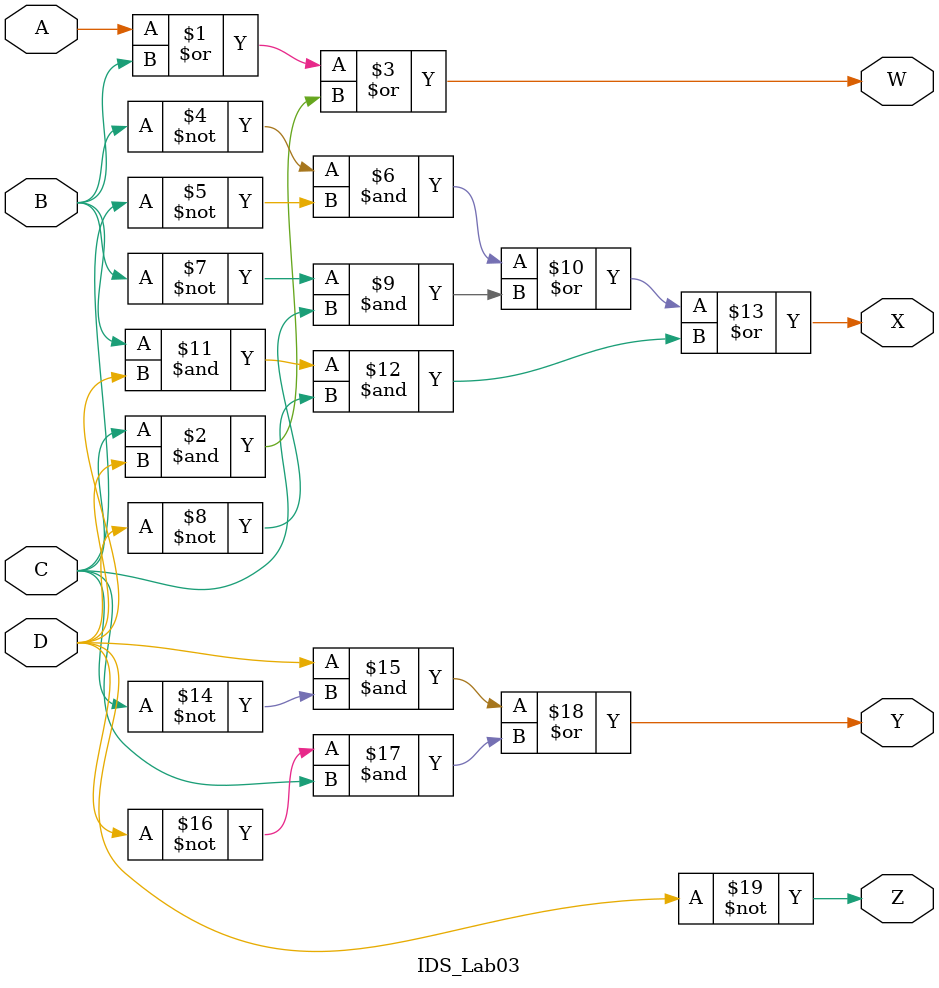
<source format=v>
`timescale 1ns / 1ps
module IDS_Lab03(
    input A,
    input B,
    input C,
    input D,
    output W,
    output X,
    output Y,
    output Z
    );
assign W = A | B | (C & D);
assign X = (~B & ~C) | (~B & ~D) | (B & D & C);
assign Y = (D & ~C) | (~D & C);
assign Z = ~D;

endmodule

</source>
